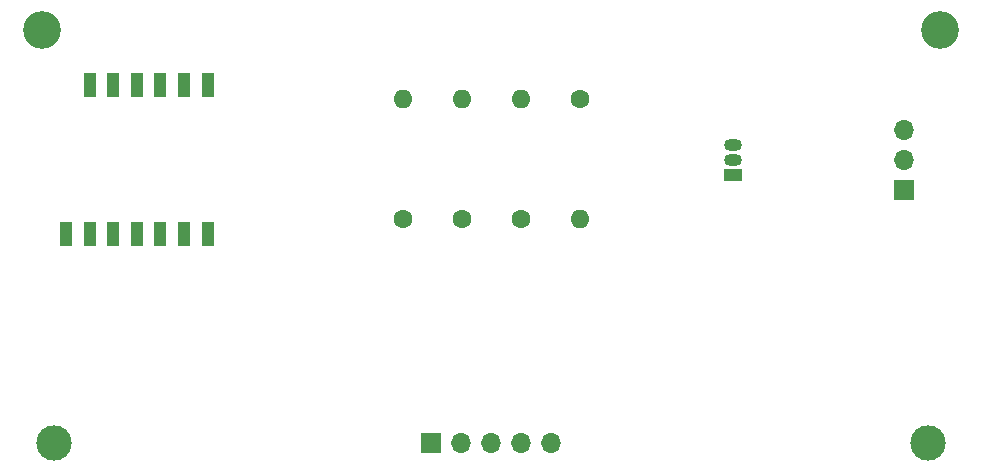
<source format=gbr>
%TF.GenerationSoftware,KiCad,Pcbnew,(5.1.9)-1*%
%TF.CreationDate,2021-05-15T15:20:44+02:00*%
%TF.ProjectId,esp8266temp,65737038-3236-4367-9465-6d702e6b6963,rev?*%
%TF.SameCoordinates,Original*%
%TF.FileFunction,Soldermask,Top*%
%TF.FilePolarity,Negative*%
%FSLAX46Y46*%
G04 Gerber Fmt 4.6, Leading zero omitted, Abs format (unit mm)*
G04 Created by KiCad (PCBNEW (5.1.9)-1) date 2021-05-15 15:20:44*
%MOMM*%
%LPD*%
G01*
G04 APERTURE LIST*
%ADD10R,1.000000X2.000000*%
%ADD11C,3.200000*%
%ADD12O,1.600000X1.600000*%
%ADD13C,1.600000*%
%ADD14R,1.500000X1.050000*%
%ADD15O,1.500000X1.050000*%
%ADD16O,1.700000X1.700000*%
%ADD17R,1.700000X1.700000*%
%ADD18C,3.000000*%
G04 APERTURE END LIST*
D10*
%TO.C,U2*%
X45000000Y-55300000D03*
X53000000Y-42700000D03*
X51000000Y-42700000D03*
X55000000Y-42700000D03*
X49000000Y-42700000D03*
X53000000Y-55300000D03*
X47000000Y-55300000D03*
X51000000Y-55300000D03*
X49000000Y-55300000D03*
X55000000Y-55300000D03*
X57000000Y-55300000D03*
X57000000Y-42700000D03*
X47000000Y-42700000D03*
%TD*%
D11*
%TO.C,3mm*%
X119000000Y-38000000D03*
%TD*%
%TO.C,3mm*%
X43000000Y-38000000D03*
%TD*%
D12*
%TO.C,R3*%
X83500000Y-43840000D03*
D13*
X83500000Y-54000000D03*
%TD*%
D14*
%TO.C,U1*%
X101500000Y-50270000D03*
D15*
X101500000Y-47730000D03*
X101500000Y-49000000D03*
%TD*%
D12*
%TO.C,R4*%
X88500000Y-54000000D03*
D13*
X88500000Y-43840000D03*
%TD*%
D12*
%TO.C,R2*%
X78500000Y-43840000D03*
D13*
X78500000Y-54000000D03*
%TD*%
D12*
%TO.C,R1*%
X73500000Y-43840000D03*
D13*
X73500000Y-54000000D03*
%TD*%
D16*
%TO.C,J2*%
X116000000Y-46460000D03*
X116000000Y-49000000D03*
D17*
X116000000Y-51540000D03*
%TD*%
D16*
%TO.C,J1*%
X86080000Y-73000000D03*
X83540000Y-73000000D03*
X81000000Y-73000000D03*
X78460000Y-73000000D03*
D17*
X75920000Y-73000000D03*
%TD*%
D18*
%TO.C,BT1*%
X118000000Y-73000000D03*
X44000000Y-73000000D03*
%TD*%
M02*

</source>
